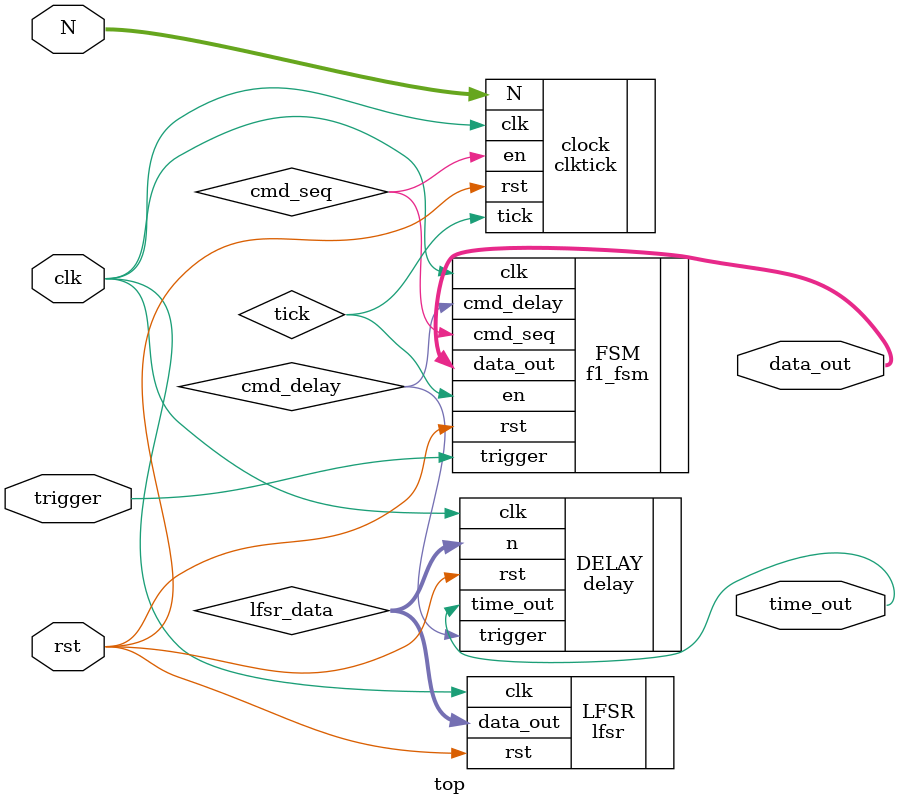
<source format=sv>
module top #(
    parameter WIDTH = 16
)(
    input  logic             clk,      // clock 
    input  logic             rst,      // reset
    input  logic             trigger,
    input  logic [WIDTH-1:0] N,        // clock divided by N+1
    output logic             time_out,
    output logic [7:0]       data_out  // output
);

logic tick;
logic cmd_seq;
logic cmd_delay;
logic [7:0] lfsr_data;

f1_fsm FSM (
    .clk (clk),
    .rst (rst),
    .en (tick), // Use the tick from the clktick module as the "oneshot enable" for going to "next state"
    .trigger (trigger),
    .data_out (data_out),
    .cmd_seq(cmd_seq),
    .cmd_delay(cmd_delay)
);

clktick clock (
    .clk (clk),
    .rst (rst),
    .en (cmd_seq),
    .N (N),
    .tick (tick)
);

lfsr LFSR (
    .clk (clk),
    .rst (rst),
    .data_out(lfsr_data)
);

delay DELAY(
    .clk (clk),
    .rst (rst),
    .trigger (cmd_delay),
    .n (lfsr_data),
    .time_out (time_out)
);

endmodule

</source>
